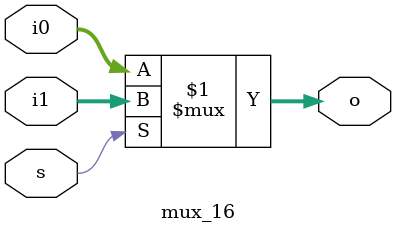
<source format=v>
`timescale 1ns / 1ps

module mux_16(
    output [15:0] o,
    input  [15:0] i0, i1,
    input  s
);
    assign o = s ? i1 : i0;
endmodule


</source>
